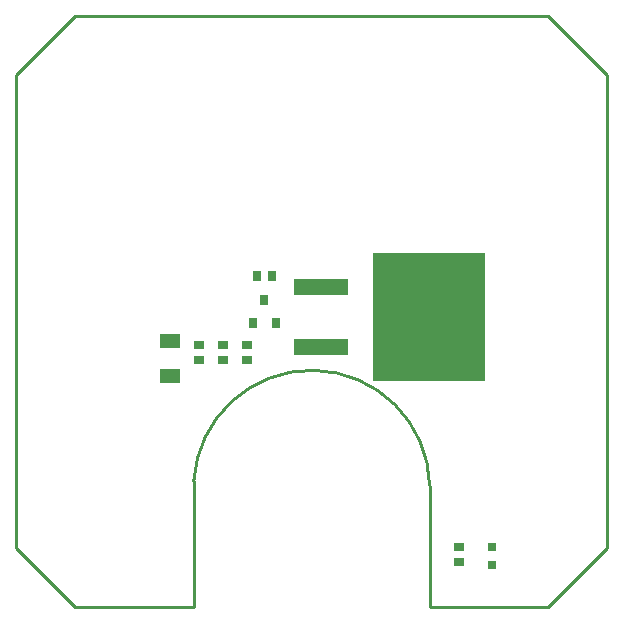
<source format=gtp>
G04 Layer_Color=7318015*
%FSLAX44Y44*%
%MOMM*%
G71*
G01*
G75*
%ADD10R,0.9000X0.8000*%
%ADD11R,0.8000X0.8000*%
%ADD12R,0.8000X0.9000*%
%ADD13R,0.8000X0.9000*%
%ADD14R,1.8000X1.3000*%
%ADD15R,9.5000X10.9000*%
%ADD16R,4.6000X1.3500*%
%ADD17C,0.2540*%
D10*
X195000Y208750D02*
D03*
Y221250D02*
D03*
X374980Y37820D02*
D03*
Y50320D02*
D03*
X155000Y221250D02*
D03*
Y208750D02*
D03*
X175000Y221250D02*
D03*
Y208750D02*
D03*
D11*
X402920Y50300D02*
D03*
Y35300D02*
D03*
D12*
X200500Y240000D02*
D03*
X219500D02*
D03*
X210000Y260000D02*
D03*
D13*
X203750Y280000D02*
D03*
X216250D02*
D03*
D14*
X130000Y195500D02*
D03*
Y224500D02*
D03*
D15*
X349750Y245000D02*
D03*
D16*
X258250Y219600D02*
D03*
Y270400D02*
D03*
D17*
X350000Y102455D02*
G03*
X150181Y106134I-99986J-2344D01*
G01*
X50000Y500000D02*
Y500000D01*
X-0Y450000D02*
X50000Y500000D01*
X-0Y50000D02*
Y450000D01*
Y50000D02*
X50000Y-0D01*
X150000D01*
X150000Y-0D01*
X150181Y181D02*
Y106134D01*
X350000Y-0D02*
Y102455D01*
Y-0D02*
X450000D01*
X500000Y50000D01*
Y450000D01*
X450000Y500000D02*
X500000Y450000D01*
X50000Y500000D02*
X450000D01*
M02*

</source>
